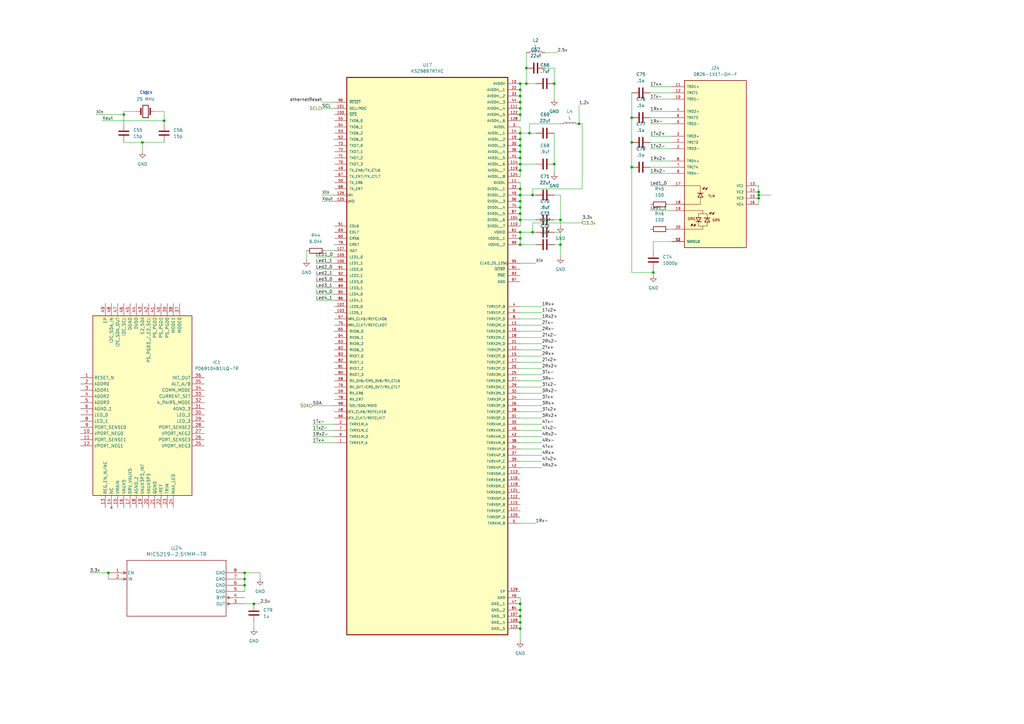
<source format=kicad_sch>
(kicad_sch (version 20231120) (generator "eeschema") (generator_version "8.0")
  (paper "A3")
  (lib_symbols
    (symbol "0826-1X1T-GH-F:0826-1X1T-GH-F" (pin_names (offset 1.016))
      (property "Reference" "J" (at -12.7 34.29 0))
      (property "Value" "0826-1X1T-GH-F" (at -12.7 -36.83 0))
      (symbol "0826-1X1T-GH-F_0_0"
        (rectangle (start -12.7 -35.56) (end 12.7 33.02) (stroke (width 0.254)) (fill (type background)))
        (polyline (pts (xy -9.017 -25.654) (xy -10.033 -26.67)) (stroke (width 0.1524)))
        (polyline (pts (xy -8.001 -24.892) (xy -6.858 -24.892)) (stroke (width 0.254)))
        (polyline (pts (xy -7.874 -25.781) (xy -8.89 -26.797)) (stroke (width 0.1524)))
        (polyline (pts (xy -7.874 -23.241) (xy -6.858 -24.892)) (stroke (width 0.254)))
        (polyline (pts (xy -7.874 -23.241) (xy -5.842 -23.241)) (stroke (width 0.254)))
        (polyline (pts (xy -6.858 -26.67) (xy -5.08 -26.67)) (stroke (width 0.1524)))
        (polyline (pts (xy -6.858 -25.019) (xy -6.858 -26.67)) (stroke (width 0.1524)))
        (polyline (pts (xy -6.858 -24.892) (xy -5.842 -23.241)) (stroke (width 0.254)))
        (polyline (pts (xy -6.858 -24.892) (xy -5.588 -24.892)) (stroke (width 0.254)))
        (polyline (pts (xy -6.858 -21.59) (xy -6.858 -23.114)) (stroke (width 0.1524)))
        (polyline (pts (xy -6.858 -21.59) (xy -5.08 -21.59)) (stroke (width 0.1524)))
        (polyline (pts (xy -6.096 -17.78) (xy -12.7 -17.78)) (stroke (width 0.1524)))
        (polyline (pts (xy -6.096 -17.78) (xy -6.096 -14.986)) (stroke (width 0.1524)))
        (polyline (pts (xy -6.096 -13.208) (xy -7.366 -13.208)) (stroke (width 0.254)))
        (polyline (pts (xy -6.096 -13.208) (xy -7.112 -14.859)) (stroke (width 0.254)))
        (polyline (pts (xy -6.096 -13.081) (xy -6.096 -10.16)) (stroke (width 0.1524)))
        (polyline (pts (xy -6.096 -10.16) (xy -12.7 -10.16)) (stroke (width 0.1524)))
        (polyline (pts (xy -5.334 -11.811) (xy -4.318 -10.795)) (stroke (width 0.1524)))
        (polyline (pts (xy -5.08 -27.94) (xy -12.7 -27.94)) (stroke (width 0.1524)))
        (polyline (pts (xy -5.08 -26.67) (xy -5.08 -27.94)) (stroke (width 0.1524)))
        (polyline (pts (xy -5.08 -26.67) (xy -3.302 -26.67)) (stroke (width 0.1524)))
        (polyline (pts (xy -5.08 -21.59) (xy -5.08 -20.32)) (stroke (width 0.1524)))
        (polyline (pts (xy -5.08 -21.59) (xy -3.302 -21.59)) (stroke (width 0.1524)))
        (polyline (pts (xy -5.08 -20.32) (xy -12.7 -20.32)) (stroke (width 0.1524)))
        (polyline (pts (xy -5.08 -14.859) (xy -7.112 -14.859)) (stroke (width 0.254)))
        (polyline (pts (xy -5.08 -14.859) (xy -6.096 -13.208)) (stroke (width 0.254)))
        (polyline (pts (xy -4.953 -13.208) (xy -6.096 -13.208)) (stroke (width 0.254)))
        (polyline (pts (xy -4.191 -11.938) (xy -3.175 -10.922)) (stroke (width 0.1524)))
        (polyline (pts (xy -3.302 -26.67) (xy -3.302 -25.146)) (stroke (width 0.1524)))
        (polyline (pts (xy -3.302 -23.368) (xy -4.572 -23.368)) (stroke (width 0.254)))
        (polyline (pts (xy -3.302 -23.368) (xy -4.318 -25.019)) (stroke (width 0.254)))
        (polyline (pts (xy -3.302 -23.241) (xy -3.302 -21.59)) (stroke (width 0.1524)))
        (polyline (pts (xy -2.54 -21.971) (xy -1.524 -20.955)) (stroke (width 0.1524)))
        (polyline (pts (xy -2.286 -25.019) (xy -4.318 -25.019)) (stroke (width 0.254)))
        (polyline (pts (xy -2.286 -25.019) (xy -3.302 -23.368)) (stroke (width 0.254)))
        (polyline (pts (xy -2.159 -23.368) (xy -3.302 -23.368)) (stroke (width 0.254)))
        (polyline (pts (xy -1.397 -22.098) (xy -0.381 -21.082)) (stroke (width 0.1524)))
        (polyline (pts (xy -10.033 -26.67) (xy -9.144 -26.289) (xy -9.652 -25.781) (xy -10.033 -26.67)) (stroke (width 0.1524)) (fill (type outline)))
        (polyline (pts (xy -8.89 -26.797) (xy -8.001 -26.416) (xy -8.509 -25.908) (xy -8.89 -26.797)) (stroke (width 0.1524)) (fill (type outline)))
        (polyline (pts (xy -4.318 -10.795) (xy -5.207 -11.176) (xy -4.699 -11.684) (xy -4.318 -10.795)) (stroke (width 0.1524)) (fill (type outline)))
        (polyline (pts (xy -3.175 -10.922) (xy -4.064 -11.303) (xy -3.556 -11.811) (xy -3.175 -10.922)) (stroke (width 0.1524)) (fill (type outline)))
        (polyline (pts (xy -1.524 -20.955) (xy -2.413 -21.336) (xy -1.905 -21.844) (xy -1.524 -20.955)) (stroke (width 0.1524)) (fill (type outline)))
        (polyline (pts (xy -0.381 -21.082) (xy -1.27 -21.463) (xy -0.762 -21.971) (xy -0.381 -21.082)) (stroke (width 0.1524)) (fill (type outline)))
        (text "GRN" (at -1.27 -23.622 0) (effects (font (size 1.016 1.016)) (justify left top)))
        (text "ORG" (at -11.43 -23.114 0) (effects (font (size 1.016 1.016)) (justify left top)))
        (text "YLW" (at -3.048 -13.716 0) (effects (font (size 1.016 1.016)) (justify left top)))
        (pin passive line (at -17.78 7.62 0) (length 5.08) (name "TRCT3") (number "1"))
        (pin passive line (at -17.78 25.4 0) (length 5.08) (name "TRD1-") (number "10"))
        (pin passive line (at -17.78 30.48 0) (length 5.08) (name "TRD1+") (number "11"))
        (pin passive line (at -17.78 27.94 0) (length 5.08) (name "TRCT1") (number "12"))
        (pin passive line (at 17.78 -10.16 180) (length 5.08) (name "VC1") (number "13"))
        (pin passive line (at 17.78 -12.7 180) (length 5.08) (name "VC2") (number "14"))
        (pin passive line (at 17.78 -15.24 180) (length 5.08) (name "VC3") (number "15"))
        (pin passive line (at 17.78 -17.78 180) (length 5.08) (name "VC4") (number "16"))
        (pin passive line (at -17.78 -10.16 0) (length 5.08) (name "~") (number "17"))
        (pin passive line (at -17.78 -17.78 0) (length 5.08) (name "~") (number "18"))
        (pin passive line (at -17.78 -20.32 0) (length 5.08) (name "~") (number "19"))
        (pin passive line (at -17.78 5.08 0) (length 5.08) (name "TRD3-") (number "2"))
        (pin passive line (at -17.78 -27.94 0) (length 5.08) (name "~") (number "20"))
        (pin passive line (at -17.78 10.16 0) (length 5.08) (name "TRD3+") (number "3"))
        (pin passive line (at -17.78 20.32 0) (length 5.08) (name "TRD2+") (number "4"))
        (pin passive line (at -17.78 15.24 0) (length 5.08) (name "TRD2-") (number "5"))
        (pin passive line (at -17.78 17.78 0) (length 5.08) (name "TRCT2") (number "6"))
        (pin passive line (at -17.78 -2.54 0) (length 5.08) (name "TRCT4") (number "7"))
        (pin passive line (at -17.78 0 0) (length 5.08) (name "TRD4+") (number "8"))
        (pin passive line (at -17.78 -5.08 0) (length 5.08) (name "TRD4-") (number "9"))
        (pin passive line (at -17.78 -33.02 0) (length 5.08) (name "SHIELD") (number "S1"))
        (pin passive line (at -17.78 -33.02 0) (length 5.08) (name "SHIELD") (number "S2"))
      )
    )
    (symbol "Device:C" (pin_numbers hide) (pin_names (offset 0.254))
      (property "Reference" "C" (at 0.635 2.54 0))
      (property "Value" "C" (at 0.635 -2.54 0))
      (symbol "C_0_1"
        (polyline (pts (xy -2.032 -0.762) (xy 2.032 -0.762)) (stroke (width 0.508)))
        (polyline (pts (xy -2.032 0.762) (xy 2.032 0.762)) (stroke (width 0.508)))
      )
      (symbol "C_1_1"
        (pin passive line (at 0 3.81 270) (length 2.794) (name "~") (number "1"))
        (pin passive line (at 0 -3.81 90) (length 2.794) (name "~") (number "2"))
      )
    )
    (symbol "Device:Crystal" (pin_numbers hide) (pin_names (offset 1.016) hide)
      (property "Reference" "Y" (at 0 3.81 0))
      (property "Value" "Crystal" (at 0 -3.81 0))
      (symbol "Crystal_0_1"
        (rectangle (start -1.143 2.54) (end 1.143 -2.54) (stroke (width 0.3048)))
        (polyline (pts (xy -2.54 0) (xy -1.905 0)))
        (polyline (pts (xy -1.905 -1.27) (xy -1.905 1.27)) (stroke (width 0.508)))
        (polyline (pts (xy 1.905 -1.27) (xy 1.905 1.27)) (stroke (width 0.508)))
        (polyline (pts (xy 2.54 0) (xy 1.905 0)))
      )
      (symbol "Crystal_1_1"
        (pin passive line (at -3.81 0 0) (length 1.27) (name "1") (number "1"))
        (pin passive line (at 3.81 0 180) (length 1.27) (name "2") (number "2"))
      )
    )
    (symbol "Device:L" (pin_numbers hide) (pin_names (offset 1.016) hide)
      (property "Reference" "L" (at -1.27 0 90))
      (property "Value" "L" (at 1.905 0 90))
      (symbol "L_0_1"
        (arc (start 0 -2.54) (mid 0.6323 -1.905) (end 0 -1.27))
        (arc (start 0 -1.27) (mid 0.6323 -0.635) (end 0 0))
        (arc (start 0 0) (mid 0.6323 0.635) (end 0 1.27))
        (arc (start 0 1.27) (mid 0.6323 1.905) (end 0 2.54))
      )
      (symbol "L_1_1"
        (pin passive line (at 0 3.81 270) (length 1.27) (name "1") (number "1"))
        (pin passive line (at 0 -3.81 90) (length 1.27) (name "2") (number "2"))
      )
    )
    (symbol "Device:R" (pin_numbers hide) (pin_names (offset 0))
      (property "Reference" "R" (at 2.032 0 90))
      (property "Value" "R" (at 0 0 90))
      (symbol "R_0_1"
        (rectangle (start -1.016 -2.54) (end 1.016 2.54) (stroke (width 0.254)))
      )
      (symbol "R_1_1"
        (pin passive line (at 0 3.81 270) (length 1.27) (name "~") (number "1"))
        (pin passive line (at 0 -3.81 90) (length 1.27) (name "~") (number "2"))
      )
    )
    (symbol "KSZ9897RTXC:KSZ9897RTXC" (pin_names (offset 1.016))
      (property "Reference" "U" (at -33.1339 80.0151 0))
      (property "Value" "KSZ9897RTXC" (at -33.117 -154.1031 0))
      (symbol "KSZ9897RTXC_0_0"
        (rectangle (start -33.02 -149.86) (end 33.02 78.74) (stroke (width 0.41)) (fill (type background)))
        (pin bidirectional line (at -38.1 -71.12 0) (length 5.08) (name "TXRX1P_A") (number "1"))
        (pin power_in line (at 38.1 76.2 180) (length 5.08) (name "AVDDH") (number "10"))
        (pin input line (at -38.1 63.5 0) (length 5.08) (name "~{SCS}") (number "100"))
        (pin input line (at -38.1 66.04 0) (length 5.08) (name "SCL/MDC") (number "101"))
        (pin bidirectional line (at -38.1 -15.24 0) (length 5.08) (name "LED5_0") (number "102"))
        (pin bidirectional line (at -38.1 -17.78 0) (length 5.08) (name "LED5_1") (number "103"))
        (pin power_in line (at 38.1 20.32 180) (length 5.08) (name "DVDDL__6") (number "104"))
        (pin bidirectional line (at -38.1 5.08 0) (length 5.08) (name "LED1_0") (number "105"))
        (pin bidirectional line (at -38.1 2.54 0) (length 5.08) (name "LED1_1") (number "106"))
        (pin power_in line (at 38.1 -142.24 180) (length 5.08) (name "GND__3") (number "107"))
        (pin power_in line (at 38.1 -144.78 180) (length 5.08) (name "GND__4") (number "109"))
        (pin power_in line (at 38.1 35.56 180) (length 5.08) (name "DVDDL") (number "11"))
        (pin power_in line (at 38.1 17.78 180) (length 5.08) (name "DVDDL__7") (number "110"))
        (pin power_in line (at 38.1 66.04 180) (length 5.08) (name "AVDDH__4") (number "111"))
        (pin bidirectional line (at 38.1 -93.98 180) (length 5.08) (name "TXRX5P_A") (number "112"))
        (pin bidirectional line (at 38.1 -83.82 180) (length 5.08) (name "TXRX5M_A") (number "113"))
        (pin power_in line (at 38.1 43.18 180) (length 5.08) (name "AVDDL__6") (number "114"))
        (pin bidirectional line (at 38.1 -96.52 180) (length 5.08) (name "TXRX5P_B") (number "115"))
        (pin bidirectional line (at 38.1 -86.36 180) (length 5.08) (name "TXRX5M_B") (number "116"))
        (pin bidirectional line (at 38.1 -99.06 180) (length 5.08) (name "TXRX5P_C") (number "117"))
        (pin bidirectional line (at 38.1 -88.9 180) (length 5.08) (name "TXRX5M_C") (number "118"))
        (pin power_in line (at 38.1 40.64 180) (length 5.08) (name "AVDDL__7") (number "119"))
        (pin bidirectional line (at 38.1 -33.02 180) (length 5.08) (name "TXRX2P_A") (number "12"))
        (pin bidirectional line (at 38.1 -101.6 180) (length 5.08) (name "TXRX5P_D") (number "120"))
        (pin bidirectional line (at 38.1 -91.44 180) (length 5.08) (name "TXRX5M_D") (number "121"))
        (pin power_in line (at 38.1 63.5 180) (length 5.08) (name "AVDDH__5") (number "122"))
        (pin power_in line (at 38.1 -147.32 180) (length 5.08) (name "GND__5") (number "123"))
        (pin power_in line (at 38.1 38.1 180) (length 5.08) (name "AVDDL__8") (number "124"))
        (pin output clock (at -38.1 27.94 0) (length 5.08) (name "XO") (number "125"))
        (pin input clock (at -38.1 30.48 0) (length 5.08) (name "XI") (number "126"))
        (pin bidirectional line (at -38.1 7.62 0) (length 5.08) (name "ISET") (number "127"))
        (pin power_in line (at 38.1 60.96 180) (length 5.08) (name "AVDDH__6") (number "128"))
        (pin power_in line (at 38.1 -132.08 180) (length 5.08) (name "EP") (number "129"))
        (pin bidirectional line (at 38.1 -22.86 180) (length 5.08) (name "TXRX2M_A") (number "13"))
        (pin power_in line (at 38.1 55.88 180) (length 5.08) (name "AVDDL__1") (number "14"))
        (pin bidirectional line (at 38.1 -35.56 180) (length 5.08) (name "TXRX2P_B") (number "15"))
        (pin bidirectional line (at 38.1 -25.4 180) (length 5.08) (name "TXRX2M_B") (number "16"))
        (pin bidirectional line (at 38.1 -38.1 180) (length 5.08) (name "TXRX2P_C") (number "17"))
        (pin bidirectional line (at 38.1 -27.94 180) (length 5.08) (name "TXRX2M_C") (number "18"))
        (pin power_in line (at 38.1 53.34 180) (length 5.08) (name "AVDDL__2") (number "19"))
        (pin bidirectional line (at -38.1 -63.5 0) (length 5.08) (name "TXRX1M_A") (number "2"))
        (pin bidirectional line (at 38.1 -40.64 180) (length 5.08) (name "TXRX2P_D") (number "20"))
        (pin bidirectional line (at 38.1 -30.48 180) (length 5.08) (name "TXRX2M_D") (number "21"))
        (pin power_in line (at 38.1 73.66 180) (length 5.08) (name "AVDDH__1") (number "22"))
        (pin power_in line (at 38.1 33.02 180) (length 5.08) (name "DVDDL__1") (number "23"))
        (pin bidirectional line (at 38.1 -53.34 180) (length 5.08) (name "TXRX3P_A") (number "24"))
        (pin bidirectional line (at 38.1 -43.18 180) (length 5.08) (name "TXRX3M_A") (number "25"))
        (pin bidirectional line (at 38.1 -55.88 180) (length 5.08) (name "TXRX3P_B") (number "26"))
        (pin bidirectional line (at 38.1 -45.72 180) (length 5.08) (name "TXRX3M_B") (number "27"))
        (pin bidirectional line (at 38.1 -58.42 180) (length 5.08) (name "TXRX3P_C") (number "28"))
        (pin bidirectional line (at 38.1 -48.26 180) (length 5.08) (name "TXRX3M_C") (number "29"))
        (pin power_in line (at 38.1 58.42 180) (length 5.08) (name "AVDDL") (number "3"))
        (pin power_in line (at 38.1 50.8 180) (length 5.08) (name "AVDDL__3") (number "30"))
        (pin bidirectional line (at 38.1 -60.96 180) (length 5.08) (name "TXRX3P_D") (number "31"))
        (pin bidirectional line (at 38.1 -50.8 180) (length 5.08) (name "TXRX3M_D") (number "32"))
        (pin power_in line (at 38.1 71.12 180) (length 5.08) (name "AVDDH__2") (number "33"))
        (pin bidirectional line (at 38.1 -73.66 180) (length 5.08) (name "TXRX4P_A") (number "34"))
        (pin bidirectional line (at 38.1 -63.5 180) (length 5.08) (name "TXRX4M_A") (number "35"))
        (pin power_in line (at 38.1 48.26 180) (length 5.08) (name "AVDDL__4") (number "36"))
        (pin bidirectional line (at 38.1 -76.2 180) (length 5.08) (name "TXRX4P_B") (number "37"))
        (pin bidirectional line (at 38.1 -71.12 180) (length 5.08) (name "TXRX4M_B") (number "38"))
        (pin bidirectional line (at 38.1 -78.74 180) (length 5.08) (name "TXRX4P_C") (number "39"))
        (pin bidirectional line (at 38.1 -15.24 180) (length 5.08) (name "TXRX1P_B") (number "4"))
        (pin bidirectional line (at 38.1 -66.04 180) (length 5.08) (name "TXRX4M_C") (number "40"))
        (pin power_in line (at 38.1 45.72 180) (length 5.08) (name "AVDDL__5") (number "41"))
        (pin bidirectional line (at 38.1 -81.28 180) (length 5.08) (name "TXRX4P_D") (number "42"))
        (pin bidirectional line (at 38.1 -68.58 180) (length 5.08) (name "TXRX4M_D") (number "43"))
        (pin power_in line (at 38.1 68.58 180) (length 5.08) (name "AVDDH__3") (number "44"))
        (pin power_in line (at 38.1 30.48 180) (length 5.08) (name "DVDDL__2") (number "45"))
        (pin power_in line (at 38.1 -134.62 180) (length 5.08) (name "GND") (number "46"))
        (pin power_in line (at 38.1 -137.16 180) (length 5.08) (name "GND__1") (number "47"))
        (pin bidirectional clock (at -38.1 -58.42 0) (length 5.08) (name "TX_CLK6/REFCLK16") (number "48"))
        (pin input line (at -38.1 40.64 0) (length 5.08) (name "TX_EN6/TX_CTL6") (number "49"))
        (pin bidirectional line (at 38.1 -104.14 180) (length 5.08) (name "TXRXIM_B") (number "5"))
        (pin input line (at -38.1 35.56 0) (length 5.08) (name "TX_ER6") (number "50"))
        (pin bidirectional line (at -38.1 17.78 0) (length 5.08) (name "COL6") (number "51"))
        (pin input line (at -38.1 53.34 0) (length 5.08) (name "TXD6_3") (number "52"))
        (pin input line (at -38.1 55.88 0) (length 5.08) (name "TXD6_2") (number "53"))
        (pin input line (at -38.1 58.42 0) (length 5.08) (name "TXD6_1") (number "54"))
        (pin input line (at -38.1 60.96 0) (length 5.08) (name "TXD6_0") (number "55"))
        (pin power_in line (at 38.1 27.94 180) (length 5.08) (name "DVDDL__3") (number "56"))
        (pin bidirectional clock (at -38.1 -20.32 0) (length 5.08) (name "RX_CLK6/REFCLKO6") (number "57"))
        (pin bidirectional line (at -38.1 -45.72 0) (length 5.08) (name "RX_DV6/CRS_DV6/RX_CTL6") (number "58"))
        (pin bidirectional line (at -38.1 -50.8 0) (length 5.08) (name "RX_ER6") (number "59"))
        (pin bidirectional line (at 38.1 -17.78 180) (length 5.08) (name "TXRX1P_C") (number "6"))
        (pin bidirectional line (at -38.1 12.7 0) (length 5.08) (name "CRS6") (number "60"))
        (pin power_in line (at 38.1 15.24 180) (length 5.08) (name "VDDIO") (number "61"))
        (pin bidirectional line (at -38.1 -33.02 0) (length 5.08) (name "RXD6_3") (number "62"))
        (pin bidirectional line (at -38.1 -30.48 0) (length 5.08) (name "RXD6_2") (number "63"))
        (pin bidirectional line (at -38.1 -27.94 0) (length 5.08) (name "RXD6_1") (number "64"))
        (pin bidirectional line (at -38.1 -25.4 0) (length 5.08) (name "RXD6_0") (number "65"))
        (pin bidirectional clock (at -38.1 -60.96 0) (length 5.08) (name "TX_CLK7/REFCLKI7") (number "66"))
        (pin input line (at -38.1 38.1 0) (length 5.08) (name "TX_EN7/FX_CTL7") (number "67"))
        (pin input line (at -38.1 33.02 0) (length 5.08) (name "TX_ER7") (number "68"))
        (pin bidirectional line (at -38.1 15.24 0) (length 5.08) (name "COL7") (number "69"))
        (pin bidirectional line (at -38.1 -66.04 0) (length 5.08) (name "TXRX1M_C") (number "7"))
        (pin input line (at -38.1 43.18 0) (length 5.08) (name "TXD7_3") (number "70"))
        (pin input line (at -38.1 45.72 0) (length 5.08) (name "TXD7_2") (number "71"))
        (pin input line (at -38.1 48.26 0) (length 5.08) (name "TXD7_1") (number "72"))
        (pin input line (at -38.1 50.8 0) (length 5.08) (name "TXD7_0") (number "73"))
        (pin power_in line (at 38.1 25.4 180) (length 5.08) (name "DVDDL__4") (number "74"))
        (pin bidirectional clock (at -38.1 -22.86 0) (length 5.08) (name "RX_CLK7/REFCLKO7") (number "75"))
        (pin bidirectional line (at -38.1 -48.26 0) (length 5.08) (name "RX_DV7/CRS_DV7/RX_CTL7") (number "76"))
        (pin power_in line (at 38.1 12.7 180) (length 5.08) (name "VDDIO__1") (number "77"))
        (pin bidirectional line (at -38.1 -53.34 0) (length 5.08) (name "RX_ER7") (number "78"))
        (pin bidirectional line (at -38.1 10.16 0) (length 5.08) (name "CRS7") (number "79"))
        (pin bidirectional line (at 38.1 -20.32 180) (length 5.08) (name "TXRX1P_D") (number "8"))
        (pin bidirectional line (at -38.1 -43.18 0) (length 5.08) (name "RXD7_3") (number "80"))
        (pin bidirectional line (at -38.1 -40.64 0) (length 5.08) (name "RXD7_2") (number "81"))
        (pin bidirectional line (at -38.1 -38.1 0) (length 5.08) (name "RXD7_1") (number "82"))
        (pin bidirectional line (at -38.1 -35.56 0) (length 5.08) (name "RXD7_0") (number "83"))
        (pin power_in line (at 38.1 -139.7 180) (length 5.08) (name "GND__2") (number "84"))
        (pin bidirectional line (at -38.1 -10.16 0) (length 5.08) (name "LED4_0") (number "85"))
        (pin bidirectional line (at -38.1 -12.7 0) (length 5.08) (name "LED4_1") (number "86"))
        (pin power_in line (at 38.1 22.86 180) (length 5.08) (name "DVDDL__5") (number "87"))
        (pin bidirectional line (at -38.1 -5.08 0) (length 5.08) (name "LED3_0") (number "88"))
        (pin bidirectional line (at -38.1 -7.62 0) (length 5.08) (name "LED3_1") (number "89"))
        (pin bidirectional line (at -38.1 -68.58 0) (length 5.08) (name "TXRX1M_D") (number "9"))
        (pin bidirectional line (at -38.1 0 0) (length 5.08) (name "LED2_0") (number "91"))
        (pin bidirectional line (at -38.1 -2.54 0) (length 5.08) (name "LED2_1") (number "92"))
        (pin output line (at 38.1 -2.54 180) (length 5.08) (name "~{PME}") (number "93"))
        (pin output line (at 38.1 0 180) (length 5.08) (name "~{INTRP}") (number "94"))
        (pin output clock (at 38.1 2.54 180) (length 5.08) (name "CLKO_25_125") (number "95"))
        (pin input line (at -38.1 68.58 0) (length 5.08) (name "~{RESET}") (number "96"))
        (pin output line (at 38.1 -5.08 180) (length 5.08) (name "SDO") (number "97"))
        (pin bidirectional line (at -38.1 -55.88 0) (length 5.08) (name "SDI/SDA/MDIO") (number "98"))
        (pin power_in line (at 38.1 10.16 180) (length 5.08) (name "VDDIO__2") (number "99"))
      )
    )
    (symbol "MIC5219-2.5YMM-TR:MIC5219-2.5YMM-TR" (pin_names (offset 0.254))
      (property "Reference" "U" (at 27.94 10.16 0))
      (property "Value" "MIC5219-2.5YMM-TR" (at 27.94 7.62 0))
      (symbol "MIC5219-2.5YMM-TR_0_1"
        (polyline (pts (xy 7.0993 -2.54) (xy 6.0579 -3.0607)) (stroke (width 0.2032)))
        (polyline (pts (xy 7.0993 -2.54) (xy 6.0579 -2.0193)) (stroke (width 0.2032)))
        (polyline (pts (xy 7.0993 0) (xy 6.0579 -0.5207)) (stroke (width 0.2032)))
        (polyline (pts (xy 7.0993 0) (xy 6.0579 0.5207)) (stroke (width 0.2032)))
        (polyline (pts (xy 7.62 -17.78) (xy 48.26 -17.78)) (stroke (width 0.2032)))
        (polyline (pts (xy 7.62 5.08) (xy 7.62 -17.78)) (stroke (width 0.2032)))
        (polyline (pts (xy 48.26 -17.78) (xy 48.26 5.08)) (stroke (width 0.2032)))
        (polyline (pts (xy 48.26 5.08) (xy 7.62 5.08)) (stroke (width 0.2032)))
        (polyline (pts (xy 48.7807 -13.2207) (xy 49.8221 -12.7)) (stroke (width 0.2032)))
        (polyline (pts (xy 48.7807 -12.1793) (xy 49.8221 -12.7)) (stroke (width 0.2032)))
        (polyline (pts (xy 48.7807 -10.6807) (xy 49.8221 -10.16)) (stroke (width 0.2032)))
        (polyline (pts (xy 48.7807 -9.6393) (xy 49.8221 -10.16)) (stroke (width 0.2032)))
        (pin input line (at 0 0 0) (length 7.62) (name "EN") (number "1"))
        (pin input line (at 0 -2.54 0) (length 7.62) (name "IN") (number "2"))
        (pin output line (at 55.88 -12.7 180) (length 7.62) (name "OUT") (number "3"))
        (pin output line (at 55.88 -10.16 180) (length 7.62) (name "BYP") (number "4"))
        (pin power_in line (at 55.88 -7.62 180) (length 7.62) (name "GND") (number "5"))
        (pin power_in line (at 55.88 -5.08 180) (length 7.62) (name "GND") (number "6"))
        (pin power_in line (at 55.88 -2.54 180) (length 7.62) (name "GND") (number "7"))
        (pin power_in line (at 55.88 0 180) (length 7.62) (name "GND") (number "8"))
      )
    )
    (symbol "PD69104B1ILQ-TR:PD69104B1ILQ-TR"
      (property "Reference" "IC" (at 46.99 30.48 0))
      (property "Value" "PD69104B1ILQ-TR" (at 46.99 27.94 0))
      (symbol "PD69104B1ILQ-TR_1_1"
        (rectangle (start 5.08 25.4) (end 45.72 -48.26) (stroke (width 0.254)) (fill (type background)))
        (pin passive line (at 0 0 0) (length 5.08) (name "RESET_N") (number "1"))
        (pin passive line (at 0 -22.86 0) (length 5.08) (name "VPORT_NEG0") (number "10"))
        (pin passive line (at 0 -25.4 0) (length 5.08) (name "PORT_SENSE1") (number "11"))
        (pin passive line (at 0 -27.94 0) (length 5.08) (name "VPORT_NEG1") (number "12"))
        (pin passive line (at 10.16 -53.34 90) (length 5.08) (name "REG_EN_N/NC") (number "13"))
        (pin no_connect line (at 12.7 -53.34 90) (length 5.08) (name "NC") (number "14"))
        (pin passive line (at 15.24 -53.34 90) (length 5.08) (name "VMAIN") (number "15"))
        (pin passive line (at 17.78 -53.34 90) (length 5.08) (name "VAUX5") (number "16"))
        (pin passive line (at 20.32 -53.34 90) (length 5.08) (name "DRV_VAUX5") (number "17"))
        (pin passive line (at 22.86 -53.34 90) (length 5.08) (name "AGND_2") (number "18"))
        (pin passive line (at 25.4 -53.34 90) (length 5.08) (name "VAUX3P3_INT") (number "19"))
        (pin passive line (at 0 -2.54 0) (length 5.08) (name "ADDR0") (number "2"))
        (pin passive line (at 27.94 -53.34 90) (length 5.08) (name "VAUX3P3") (number "20"))
        (pin passive line (at 30.48 -53.34 90) (length 5.08) (name "QGND") (number "21"))
        (pin passive line (at 33.02 -53.34 90) (length 5.08) (name "IREF") (number "22"))
        (pin passive line (at 35.56 -53.34 90) (length 5.08) (name "TRIM") (number "23"))
        (pin passive line (at 38.1 -53.34 90) (length 5.08) (name "MAX_LED") (number "24"))
        (pin passive line (at 50.8 -27.94 180) (length 5.08) (name "VPORT_NEG3") (number "25"))
        (pin passive line (at 50.8 -25.4 180) (length 5.08) (name "PORT_SENSE3") (number "26"))
        (pin passive line (at 50.8 -22.86 180) (length 5.08) (name "VPORT_NEG2") (number "27"))
        (pin passive line (at 50.8 -20.32 180) (length 5.08) (name "PORT_SENSE2") (number "28"))
        (pin passive line (at 50.8 -17.78 180) (length 5.08) (name "LED_3") (number "29"))
        (pin passive line (at 0 -5.08 0) (length 5.08) (name "ADDR1") (number "3"))
        (pin passive line (at 50.8 -15.24 180) (length 5.08) (name "LED_2") (number "30"))
        (pin passive line (at 50.8 -12.7 180) (length 5.08) (name "AGND_3") (number "31"))
        (pin passive line (at 50.8 -10.16 180) (length 5.08) (name "4_PAIRS_MODE") (number "32"))
        (pin passive line (at 50.8 -7.62 180) (length 5.08) (name "CURRENT_SET") (number "33"))
        (pin passive line (at 50.8 -5.08 180) (length 5.08) (name "COMM_MODE") (number "34"))
        (pin passive line (at 50.8 -2.54 180) (length 5.08) (name "ALT_A/B") (number "35"))
        (pin passive line (at 50.8 0 180) (length 5.08) (name "INT_OUT") (number "36"))
        (pin passive line (at 40.64 30.48 270) (length 5.08) (name "MODE0") (number "37"))
        (pin passive line (at 38.1 30.48 270) (length 5.08) (name "MODE1") (number "38"))
        (pin passive line (at 35.56 30.48 270) (length 5.08) (name "PS_PGD0") (number "39"))
        (pin passive line (at 0 -7.62 0) (length 5.08) (name "ADDR2") (number "4"))
        (pin passive line (at 33.02 30.48 270) (length 5.08) (name "PS_PGD1") (number "40"))
        (pin passive line (at 30.48 30.48 270) (length 5.08) (name "PS_PGD2") (number "41"))
        (pin passive line (at 27.94 30.48 270) (length 5.08) (name "PS_PGD3_/_E2_SCL") (number "42"))
        (pin passive line (at 25.4 30.48 270) (length 5.08) (name "E2_SDA") (number "43"))
        (pin passive line (at 22.86 30.48 270) (length 5.08) (name "DVDD") (number "44"))
        (pin passive line (at 20.32 30.48 270) (length 5.08) (name "DGND") (number "45"))
        (pin passive line (at 17.78 30.48 270) (length 5.08) (name "I2C_SCL") (number "46"))
        (pin passive line (at 15.24 30.48 270) (length 5.08) (name "I2C_SDA_OUT") (number "47"))
        (pin passive line (at 12.7 30.48 270) (length 5.08) (name "I2C_SDA_IN") (number "48"))
        (pin passive line (at 10.16 30.48 270) (length 5.08) (name "EP") (number "49"))
        (pin passive line (at 0 -10.16 0) (length 5.08) (name "ADDR3") (number "5"))
        (pin passive line (at 0 -12.7 0) (length 5.08) (name "AGND_1") (number "6"))
        (pin passive line (at 0 -15.24 0) (length 5.08) (name "LED_0") (number "7"))
        (pin passive line (at 0 -17.78 0) (length 5.08) (name "LED_1") (number "8"))
        (pin passive line (at 0 -20.32 0) (length 5.08) (name "PORT_SENSE0") (number "9"))
      )
    )
    (symbol "power:GND" (power) (pin_numbers hide) (pin_names (offset 0) hide)
      (property "Value" "GND" (at 0 -3.81 0))
      (symbol "GND_0_1"
        (polyline (pts (xy 0 0) (xy 0 -1.27) (xy 1.27 -1.27) (xy 0 -2.54) (xy -1.27 -1.27) (xy 0 -1.27)))
      )
      (symbol "GND_1_1"
        (pin power_in line (at 0 0 270) (length 0) (name "~") (number "1"))
      )
    )
  )
  (junction (at 213.36 252.73))
  (junction (at 213.36 85.09))
  (junction (at 311.15 80.01))
  (junction (at 259.08 48.26))
  (junction (at 259.08 68.58))
  (junction (at 213.36 64.77))
  (junction (at 213.36 82.55))
  (junction (at 213.36 90.17))
  (junction (at 213.36 36.83))
  (junction (at 229.87 90.17))
  (junction (at 213.36 67.31))
  (junction (at 213.36 87.63))
  (junction (at 213.36 41.91))
  (junction (at 100.33 237.49))
  (junction (at 237.49 50.8))
  (junction (at 213.36 77.47))
  (junction (at 213.36 100.33))
  (junction (at 259.08 58.42))
  (junction (at 50.8 46.99))
  (junction (at 215.9 34.29))
  (junction (at 311.15 81.28))
  (junction (at 213.36 54.61))
  (junction (at 213.36 46.99))
  (junction (at 227.33 67.31))
  (junction (at 218.44 80.01))
  (junction (at 213.36 57.15))
  (junction (at 227.33 34.29))
  (junction (at 58.42 58.42))
  (junction (at 311.15 78.74))
  (junction (at 215.9 27.94))
  (junction (at 100.33 234.95))
  (junction (at 213.36 247.65))
  (junction (at 267.97 111.76))
  (junction (at 213.36 95.25))
  (junction (at 213.36 39.37))
  (junction (at 213.36 62.23))
  (junction (at 229.87 100.33))
  (junction (at 213.36 80.01))
  (junction (at 213.36 44.45))
  (junction (at 213.36 250.19))
  (junction (at 100.33 240.03))
  (junction (at 213.36 59.69))
  (junction (at 213.36 257.81))
  (junction (at 213.36 255.27))
  (junction (at 213.36 34.29))
  (junction (at 213.36 97.79))
  (junction (at 217.17 54.61))
  (junction (at 44.45 234.95))
  (junction (at 67.31 49.53))
  (junction (at 213.36 69.85))
  (junction (at 218.44 95.25))
  (junction (at 104.14 247.65))
  (wire (pts (xy 259.08 38.1) (xy 259.08 48.26)))
  (wire (pts (xy 238.76 91.44) (xy 218.44 91.44)))
  (wire (pts (xy 132.08 80.01) (xy 137.16 80.01)))
  (wire (pts (xy 229.87 80.01) (xy 229.87 90.17)))
  (wire (pts (xy 266.7 86.36) (xy 275.59 86.36)))
  (wire (pts (xy 213.36 130.81) (xy 222.25 130.81)))
  (wire (pts (xy 213.36 97.79) (xy 213.36 100.33)))
  (wire (pts (xy 227.33 100.33) (xy 229.87 100.33)))
  (wire (pts (xy 213.36 36.83) (xy 213.36 39.37)))
  (wire (pts (xy 129.54 107.95) (xy 137.16 107.95)))
  (wire (pts (xy 213.36 95.25) (xy 218.44 95.25)))
  (wire (pts (xy 132.08 41.91) (xy 137.16 41.91)))
  (wire (pts (xy 213.36 90.17) (xy 219.71 90.17)))
  (wire (pts (xy 213.36 128.27) (xy 222.25 128.27)))
  (wire (pts (xy 213.36 255.27) (xy 213.36 257.81)))
  (wire (pts (xy 311.15 78.74) (xy 311.15 80.01)))
  (wire (pts (xy 223.52 27.94) (xy 227.33 27.94)))
  (wire (pts (xy 50.8 50.8) (xy 50.8 46.99)))
  (wire (pts (xy 128.27 181.61) (xy 137.16 181.61)))
  (wire (pts (xy 50.8 58.42) (xy 58.42 58.42)))
  (wire (pts (xy 213.36 186.69) (xy 222.25 186.69)))
  (wire (pts (xy 213.36 163.83) (xy 222.25 163.83)))
  (wire (pts (xy 213.36 257.81) (xy 213.36 262.89)))
  (wire (pts (xy 259.08 48.26) (xy 259.08 58.42)))
  (wire (pts (xy 223.52 21.59) (xy 228.6 21.59)))
  (wire (pts (xy 213.36 90.17) (xy 213.36 92.71)))
  (wire (pts (xy 218.44 95.25) (xy 219.71 95.25)))
  (wire (pts (xy 213.36 179.07) (xy 222.25 179.07)))
  (wire (pts (xy 50.8 45.72) (xy 55.88 45.72)))
  (wire (pts (xy 100.33 234.95) (xy 106.68 234.95)))
  (wire (pts (xy 129.54 105.41) (xy 137.16 105.41)))
  (wire (pts (xy 227.33 34.29) (xy 227.33 40.64)))
  (wire (pts (xy 227.33 90.17) (xy 229.87 90.17)))
  (wire (pts (xy 227.33 54.61) (xy 227.33 67.31)))
  (wire (pts (xy 132.08 82.55) (xy 137.16 82.55)))
  (wire (pts (xy 266.7 50.8) (xy 275.59 50.8)))
  (wire (pts (xy 213.36 74.93) (xy 213.36 77.47)))
  (wire (pts (xy 67.31 45.72) (xy 67.31 49.53)))
  (wire (pts (xy 217.17 50.8) (xy 229.87 50.8)))
  (wire (pts (xy 213.36 41.91) (xy 213.36 44.45)))
  (wire (pts (xy 213.36 184.15) (xy 222.25 184.15)))
  (wire (pts (xy 213.36 176.53) (xy 222.25 176.53)))
  (wire (pts (xy 215.9 27.94) (xy 215.9 34.29)))
  (wire (pts (xy 213.36 143.51) (xy 222.25 143.51)))
  (wire (pts (xy 213.36 173.99) (xy 222.25 173.99)))
  (wire (pts (xy 218.44 77.47) (xy 238.76 77.47)))
  (wire (pts (xy 213.36 107.95) (xy 219.71 107.95)))
  (wire (pts (xy 133.35 102.87) (xy 137.16 102.87)))
  (wire (pts (xy 213.36 153.67) (xy 222.25 153.67)))
  (wire (pts (xy 104.14 247.65) (xy 106.68 247.65)))
  (wire (pts (xy 213.36 44.45) (xy 213.36 46.99)))
  (wire (pts (xy 213.36 151.13) (xy 222.25 151.13)))
  (wire (pts (xy 213.36 85.09) (xy 213.36 87.63)))
  (wire (pts (xy 39.37 46.99) (xy 50.8 46.99)))
  (wire (pts (xy 217.17 54.61) (xy 219.71 54.61)))
  (wire (pts (xy 217.17 54.61) (xy 217.17 50.8)))
  (wire (pts (xy 213.36 100.33) (xy 219.71 100.33)))
  (wire (pts (xy 213.36 82.55) (xy 213.36 85.09)))
  (wire (pts (xy 128.27 176.53) (xy 137.16 176.53)))
  (wire (pts (xy 266.7 35.56) (xy 275.59 35.56)))
  (wire (pts (xy 238.76 50.8) (xy 238.76 77.47)))
  (wire (pts (xy 259.08 68.58) (xy 259.08 111.76)))
  (wire (pts (xy 267.97 99.06) (xy 267.97 102.87)))
  (wire (pts (xy 213.36 67.31) (xy 219.71 67.31)))
  (wire (pts (xy 237.49 43.18) (xy 237.49 50.8)))
  (wire (pts (xy 213.36 166.37) (xy 222.25 166.37)))
  (wire (pts (xy 259.08 111.76) (xy 267.97 111.76)))
  (wire (pts (xy 213.36 161.29) (xy 222.25 161.29)))
  (wire (pts (xy 213.36 87.63) (xy 213.36 90.17)))
  (wire (pts (xy 267.97 110.49) (xy 267.97 111.76)))
  (wire (pts (xy 100.33 240.03) (xy 100.33 242.57)))
  (wire (pts (xy 213.36 181.61) (xy 222.25 181.61)))
  (wire (pts (xy 218.44 80.01) (xy 219.71 80.01)))
  (wire (pts (xy 100.33 247.65) (xy 104.14 247.65)))
  (wire (pts (xy 213.36 54.61) (xy 217.17 54.61)))
  (wire (pts (xy 218.44 91.44) (xy 218.44 95.25)))
  (wire (pts (xy 215.9 34.29) (xy 219.71 34.29)))
  (wire (pts (xy 238.76 91.44) (xy 238.76 90.17)))
  (wire (pts (xy 63.5 45.72) (xy 67.31 45.72)))
  (wire (pts (xy 128.27 166.37) (xy 137.16 166.37)))
  (wire (pts (xy 129.54 113.03) (xy 137.16 113.03)))
  (wire (pts (xy 213.36 189.23) (xy 222.25 189.23)))
  (wire (pts (xy 266.7 40.64) (xy 275.59 40.64)))
  (wire (pts (xy 129.54 123.19) (xy 137.16 123.19)))
  (wire (pts (xy 36.83 234.95) (xy 44.45 234.95)))
  (wire (pts (xy 266.7 48.26) (xy 275.59 48.26)))
  (wire (pts (xy 213.36 250.19) (xy 213.36 252.73)))
  (wire (pts (xy 266.7 58.42) (xy 275.59 58.42)))
  (wire (pts (xy 213.36 62.23) (xy 213.36 64.77)))
  (wire (pts (xy 213.36 214.63) (xy 219.71 214.63)))
  (wire (pts (xy 213.36 77.47) (xy 213.36 80.01)))
  (wire (pts (xy 100.33 234.95) (xy 100.33 237.49)))
  (wire (pts (xy 213.36 95.25) (xy 213.36 97.79)))
  (wire (pts (xy 266.7 60.96) (xy 275.59 60.96)))
  (wire (pts (xy 213.36 247.65) (xy 213.36 250.19)))
  (wire (pts (xy 266.7 71.12) (xy 275.59 71.12)))
  (wire (pts (xy 266.7 66.04) (xy 275.59 66.04)))
  (wire (pts (xy 213.36 133.35) (xy 222.25 133.35)))
  (wire (pts (xy 229.87 100.33) (xy 229.87 105.41)))
  (wire (pts (xy 213.36 64.77) (xy 213.36 67.31)))
  (wire (pts (xy 129.54 120.65) (xy 137.16 120.65)))
  (wire (pts (xy 106.68 234.95) (xy 106.68 237.49)))
  (wire (pts (xy 218.44 77.47) (xy 218.44 80.01)))
  (wire (pts (xy 213.36 140.97) (xy 222.25 140.97)))
  (wire (pts (xy 129.54 115.57) (xy 137.16 115.57)))
  (wire (pts (xy 100.33 237.49) (xy 100.33 240.03)))
  (wire (pts (xy 125.73 102.87) (xy 125.73 106.68)))
  (wire (pts (xy 104.14 255.27) (xy 104.14 257.81)))
  (wire (pts (xy 50.8 45.72) (xy 50.8 46.99)))
  (wire (pts (xy 129.54 110.49) (xy 137.16 110.49)))
  (wire (pts (xy 266.7 38.1) (xy 275.59 38.1)))
  (wire (pts (xy 213.36 158.75) (xy 222.25 158.75)))
  (wire (pts (xy 213.36 171.45) (xy 222.25 171.45)))
  (wire (pts (xy 129.54 118.11) (xy 137.16 118.11)))
  (wire (pts (xy 275.59 99.06) (xy 267.97 99.06)))
  (wire (pts (xy 213.36 80.01) (xy 218.44 80.01)))
  (wire (pts (xy 213.36 69.85) (xy 213.36 72.39)))
  (wire (pts (xy 213.36 245.11) (xy 213.36 247.65)))
  (wire (pts (xy 227.33 67.31) (xy 227.33 71.12)))
  (wire (pts (xy 274.32 83.82) (xy 275.59 83.82)))
  (wire (pts (xy 229.87 90.17) (xy 229.87 92.71)))
  (wire (pts (xy 213.36 80.01) (xy 213.36 82.55)))
  (wire (pts (xy 67.31 49.53) (xy 67.31 50.8)))
  (wire (pts (xy 128.27 179.07) (xy 137.16 179.07)))
  (wire (pts (xy 227.33 95.25) (xy 229.87 95.25)))
  (wire (pts (xy 213.36 156.21) (xy 222.25 156.21)))
  (wire (pts (xy 58.42 58.42) (xy 67.31 58.42)))
  (wire (pts (xy 266.7 45.72) (xy 275.59 45.72)))
  (wire (pts (xy 259.08 58.42) (xy 259.08 68.58)))
  (wire (pts (xy 213.36 52.07) (xy 213.36 54.61)))
  (wire (pts (xy 213.36 46.99) (xy 213.36 49.53)))
  (wire (pts (xy 213.36 39.37) (xy 213.36 41.91)))
  (wire (pts (xy 213.36 54.61) (xy 213.36 57.15)))
  (wire (pts (xy 213.36 59.69) (xy 213.36 62.23)))
  (wire (pts (xy 229.87 95.25) (xy 229.87 100.33)))
  (wire (pts (xy 274.32 93.98) (xy 275.59 93.98)))
  (wire (pts (xy 213.36 125.73) (xy 222.25 125.73)))
  (wire (pts (xy 44.45 234.95) (xy 44.45 237.49)))
  (wire (pts (xy 213.36 34.29) (xy 213.36 36.83)))
  (wire (pts (xy 41.91 49.53) (xy 67.31 49.53)))
  (wire (pts (xy 266.7 76.2) (xy 275.59 76.2)))
  (wire (pts (xy 215.9 21.59) (xy 215.9 27.94)))
  (wire (pts (xy 311.15 76.2) (xy 311.15 78.74)))
  (wire (pts (xy 311.15 80.01) (xy 311.15 81.28)))
  (wire (pts (xy 237.49 50.8) (xy 238.76 50.8)))
  (wire (pts (xy 128.27 173.99) (xy 137.16 173.99)))
  (wire (pts (xy 266.7 55.88) (xy 275.59 55.88)))
  (wire (pts (xy 213.36 67.31) (xy 213.36 69.85)))
  (wire (pts (xy 213.36 191.77) (xy 222.25 191.77)))
  (wire (pts (xy 266.7 68.58) (xy 275.59 68.58)))
  (wire (pts (xy 311.15 80.01) (xy 316.23 80.01)))
  (wire (pts (xy 213.36 135.89) (xy 222.25 135.89)))
  (wire (pts (xy 213.36 148.59) (xy 222.25 148.59)))
  (wire (pts (xy 213.36 138.43) (xy 222.25 138.43)))
  (wire (pts (xy 213.36 252.73) (xy 213.36 255.27)))
  (wire (pts (xy 213.36 34.29) (xy 215.9 34.29)))
  (wire (pts (xy 267.97 111.76) (xy 267.97 113.03)))
  (wire (pts (xy 213.36 146.05) (xy 222.25 146.05)))
  (wire (pts (xy 227.33 80.01) (xy 229.87 80.01)))
  (wire (pts (xy 132.08 44.45) (xy 137.16 44.45)))
  (wire (pts (xy 58.42 58.42) (xy 58.42 62.23)))
  (wire (pts (xy 213.36 57.15) (xy 213.36 59.69)))
  (wire (pts (xy 227.33 27.94) (xy 227.33 34.29)))
  (wire (pts (xy 213.36 168.91) (xy 222.25 168.91)))
  (wire (pts (xy 311.15 81.28) (xy 311.15 83.82)))
  (text "Clock\n" (at 59.944 38.1 0) (effects (font (size 1.27 1.27))))
  (label "1.2v" (at 237.49 43.18 0))
  (label "3Rx2+" (at 222.25 171.45 0))
  (label "1Rx2+" (at 266.7 66.04 0))
  (label "Led2_1" (at 129.54 113.03 0))
  (label "1Tx2-" (at 128.27 176.53 0))
  (label "Led1_0" (at 266.7 76.2 0))
  (label "1Tx-" (at 266.7 40.64 0))
  (label "2Tx+" (at 222.25 143.51 0))
  (label "2Tx-" (at 222.25 133.35 0))
  (label "4Tx2-" (at 222.25 176.53 0))
  (label "Xout" (at 132.08 82.55 0))
  (label "1Rx+" (at 222.25 125.73 0))
  (label "3Tx2+" (at 222.25 168.91 0))
  (label "2Rx+" (at 222.25 146.05 0))
  (label "4Rx2-" (at 222.25 179.07 0))
  (label "3Tx+" (at 222.25 163.83 0))
  (label "3.3v" (at 36.83 234.95 0))
  (label "Led4_0" (at 129.54 120.65 0))
  (label "Xin" (at 132.08 80.01 0))
  (label "4Rx2+" (at 222.25 191.77 0))
  (label "2Tx2+" (at 222.25 148.59 0))
  (label "2.5v" (at 106.68 247.65 0))
  (label "1Rx2-" (at 128.27 179.07 0))
  (label "3Rx2-" (at 222.25 161.29 0))
  (label "1Rx-" (at 266.7 50.8 0))
  (label "3Tx-" (at 222.25 153.67 0))
  (label "Xin" (at 219.71 107.95 0))
  (label "2Rx2+" (at 222.25 151.13 0))
  (label "4Tx-" (at 222.25 173.99 0))
  (label "1Rx-" (at 219.71 214.63 0))
  (label "2Tx2-" (at 222.25 138.43 0))
  (label "1Tx2+" (at 266.7 55.88 0))
  (label "Led3_1" (at 129.54 118.11 0))
  (label "1Rx2+" (at 222.25 130.81 0))
  (label "Led2_0" (at 129.54 110.49 0))
  (label "2Rx2-" (at 222.25 140.97 0))
  (label "3Tx2-" (at 222.25 158.75 0))
  (label "Led1_1" (at 266.7 86.36 0))
  (label "4Tx2+" (at 222.25 189.23 0))
  (label "1Tx-" (at 128.27 173.99 0))
  (label "SCL" (at 132.08 44.45 0))
  (label "2Rx-" (at 222.25 135.89 0))
  (label "1Rx2-" (at 266.7 71.12 0))
  (label "1Tx2+" (at 222.25 128.27 0))
  (label "SDA" (at 128.27 166.37 0))
  (label "3Rx+" (at 222.25 166.37 0))
  (label "1Rx+" (at 266.7 45.72 0))
  (label "ethernetReset" (at 132.08 41.91 180))
  (label "1Tx2-" (at 266.7 60.96 0))
  (label "3.3v" (at 238.76 90.17 0))
  (label "4Tx+" (at 222.25 184.15 0))
  (label "LED1_0" (at 129.54 105.41 0))
  (label "Xin" (at 39.37 46.99 0))
  (label "4Rx-" (at 222.25 181.61 0))
  (label "Led4_1" (at 129.54 123.19 0))
  (label "4Rx+" (at 222.25 186.69 0))
  (label "Led3_0" (at 129.54 115.57 0))
  (label "Xout" (at 41.91 49.53 0))
  (label "1Tx+" (at 266.7 35.56 0))
  (label "3Rx-" (at 222.25 156.21 0))
  (label "2.5v" (at 228.6 21.59 0))
  (label "Led1_1" (at 129.54 107.95 0))
  (label "1Tx+" (at 128.27 181.61 0))
  (hierarchical_label "3.3v" (shape input) (at 238.76 91.44 0))
  (hierarchical_label "SCL" (shape input) (at 132.08 44.45 180))
  (hierarchical_label "SDA" (shape input) (at 128.27 166.37 180))
  (symbol (lib_id "power:GND") (at 229.87 105.41 0) (unit 1)
    (property "Reference" "#PWR073" (effects (hide yes)))
    (property "Value" "GND" (at 229.87 110.49 0))
    (property "Description" "Power symbol creates a global label with name \"GND\" , ground" (effects (hide yes)))
  )
  (symbol (lib_id "Device:C") (at 223.52 67.31 90) (unit 1)
    (property "Reference" "C68" (at 223.52 59.69 90))
    (property "Value" ".9uf" (at 223.52 62.23 90))
    (property "Description" "Unpolarized capacitor" (effects (hide yes)))
  )
  (symbol (lib_id "power:GND") (at 58.42 62.23 0) (unit 1)
    (property "Reference" "#PWR066" (effects (hide yes)))
    (property "Value" "GND" (at 58.42 67.31 0))
    (property "Description" "Power symbol creates a global label with name \"GND\" , ground" (effects (hide yes)))
  )
  (symbol (lib_id "0826-1X1T-GH-F:0826-1X1T-GH-F") (at 293.37 66.04 0) (unit 1)
    (property "Reference" "J24" (at 293.37 27.94 0))
    (property "Value" "0826-1X1T-GH-F" (at 293.37 30.48 0))
    (property "Footprint" "0826-1X1T-GH-F:BEL_0826-1X1T-GH-F" (effects (hide yes)))
    (property "MF" "Bel Magnetic Solutions" (effects (hide yes)))
    (property "MAXIMUM_PACKAGE_HEIGHT" "15.52mm" (effects (hide yes)))
    (property "Package" "None" (effects (hide yes)))
    (property "Price" "None" (effects (hide yes)))
    (property "Check_prices" "https://www.snapeda.com/parts/0826-1X1T-GH-F/Bel+Magnetic+Solutions/view-part/?ref=eda" (effects (hide yes)))
    (property "STANDARD" "Manufacturer Recommendations" (effects (hide yes)))
    (property "PARTREV" "D" (effects (hide yes)))
    (property "SnapEDA_Link" "https://www.snapeda.com/parts/0826-1X1T-GH-F/Bel+Magnetic+Solutions/view-part/?ref=snap" (effects (hide yes)))
    (property "MP" "0826-1X1T-GH-F" (effects (hide yes)))
    (property "Purchase-URL" "https://www.snapeda.com/api/url_track_click_mouser/?unipart_id=417678&manufacturer=Bel Magnetic Solutions&part_name=0826-1X1T-GH-F&search_term=None" (effects (hide yes)))
    (property "Description_1" "\nMagJack 1000BASE-T | PoE+ | 1X1 | OG/Y | -40 to 85C | Tab Up | RoHS\n" (effects (hide yes)))
    (property "Availability" "In Stock" (effects (hide yes)))
    (property "MANUFACTURER" "Bel Fuse" (effects (hide yes)))
  )
  (symbol (lib_id "Device:C") (at 262.89 58.42 90) (unit 1)
    (property "Reference" "C77" (at 262.89 50.8 90))
    (property "Value" ".1u" (at 262.89 53.34 90))
    (property "Description" "Unpolarized capacitor" (effects (hide yes)))
  )
  (symbol (lib_id "power:GND") (at 104.14 257.81 0) (unit 1)
    (property "Reference" "#PWR075" (effects (hide yes)))
    (property "Value" "GND" (at 104.14 262.89 0))
    (property "Description" "Power symbol creates a global label with name \"GND\" , ground" (effects (hide yes)))
  )
  (symbol (lib_id "Device:C") (at 219.71 27.94 90) (unit 1)
    (property "Reference" "C67" (at 219.71 20.32 90))
    (property "Value" "22uf" (at 219.71 22.86 90))
    (property "Description" "Unpolarized capacitor" (effects (hide yes)))
  )
  (symbol (lib_id "Device:C") (at 67.31 54.61 0) (unit 1)
    (property "Reference" "C56" (at 71.12 53.3399 0) (effects (justify left)))
    (property "Value" "15p" (at 71.12 55.8799 0) (effects (justify left)))
    (property "Description" "Unpolarized capacitor" (effects (hide yes)))
  )
  (symbol (lib_id "Device:R") (at 270.51 93.98 90) (unit 1)
    (property "Reference" "R46" (at 270.51 87.63 90))
    (property "Value" "100" (at 270.51 90.17 90))
    (property "Description" "Resistor" (effects (hide yes)))
  )
  (symbol (lib_id "Device:C") (at 223.52 34.29 90) (unit 1)
    (property "Reference" "C66" (at 223.52 26.67 90))
    (property "Value" ".7uf" (at 223.52 29.21 90))
    (property "Description" "Unpolarized capacitor" (effects (hide yes)))
  )
  (symbol (lib_id "Device:C") (at 262.89 38.1 270) (unit 1)
    (property "Reference" "C75" (at 262.89 30.48 90))
    (property "Value" ".1u" (at 262.89 33.02 90))
    (property "Description" "Unpolarized capacitor" (effects (hide yes)))
  )
  (symbol (lib_id "power:GND") (at 106.68 237.49 0) (unit 1)
    (property "Reference" "#PWR074" (effects (hide yes)))
    (property "Value" "GND" (at 106.68 242.57 0))
    (property "Description" "Power symbol creates a global label with name \"GND\" , ground" (effects (hide yes)))
  )
  (symbol (lib_id "Device:C") (at 104.14 251.46 0) (unit 1)
    (property "Reference" "C79" (at 107.95 250.1899 0) (effects (justify left)))
    (property "Value" "1u" (at 107.95 252.7299 0) (effects (justify left)))
    (property "Description" "Unpolarized capacitor" (effects (hide yes)))
  )
  (symbol (lib_id "power:GND") (at 213.36 262.89 0) (unit 1)
    (property "Reference" "#PWR067" (effects (hide yes)))
    (property "Value" "GND" (at 213.36 267.97 0))
    (property "Description" "Power symbol creates a global label with name \"GND\" , ground" (effects (hide yes)))
  )
  (symbol (lib_id "Device:C") (at 50.8 54.61 180) (unit 1)
    (property "Reference" "C55" (at 54.61 53.3399 0) (effects (justify right)))
    (property "Value" "15p" (at 54.61 55.8799 0) (effects (justify right)))
    (property "Description" "Unpolarized capacitor" (effects (hide yes)))
  )
  (symbol (lib_id "power:GND") (at 229.87 92.71 0) (unit 1)
    (property "Reference" "#PWR072" (effects (hide yes)))
    (property "Value" "GND" (at 229.87 97.79 0))
    (property "Description" "Power symbol creates a global label with name \"GND\" , ground" (effects (hide yes)))
  )
  (symbol (lib_id "power:GND") (at 227.33 40.64 0) (unit 1)
    (property "Reference" "#PWR070" (effects (hide yes)))
    (property "Value" "GND" (at 227.33 45.72 0))
    (property "Description" "Power symbol creates a global label with name \"GND\" , ground" (effects (hide yes)))
  )
  (symbol (lib_id "Device:C") (at 223.52 54.61 90) (unit 1)
    (property "Reference" "C69" (at 223.52 46.99 90))
    (property "Value" "22uf" (at 223.52 49.53 90))
    (property "Description" "Unpolarized capacitor" (effects (hide yes)))
  )
  (symbol (lib_id "Device:C") (at 267.97 106.68 0) (unit 1)
    (property "Reference" "C74" (at 271.78 105.4099 0) (effects (justify left)))
    (property "Value" "1000p" (at 271.78 107.9499 0) (effects (justify left)))
    (property "Description" "Unpolarized capacitor" (effects (hide yes)))
  )
  (symbol (lib_id "power:GND") (at 227.33 71.12 0) (unit 1)
    (property "Reference" "#PWR071" (effects (hide yes)))
    (property "Value" "GND" (at 227.33 76.2 0))
    (property "Description" "Power symbol creates a global label with name \"GND\" , ground" (effects (hide yes)))
  )
  (symbol (lib_id "Device:C") (at 223.52 90.17 90) (unit 1)
    (property "Reference" "C70" (at 223.52 82.55 90))
    (property "Value" ".8uf" (at 223.52 85.09 90))
    (property "Description" "Unpolarized capacitor" (effects (hide yes)))
  )
  (symbol (lib_id "Device:C") (at 223.52 80.01 90) (unit 1)
    (property "Reference" "C71" (at 223.52 72.39 90))
    (property "Value" "22uf" (at 223.52 74.93 90))
    (property "Description" "Unpolarized capacitor" (effects (hide yes)))
  )
  (symbol (lib_id "Device:R") (at 129.54 102.87 90) (unit 1)
    (property "Reference" "R44" (at 129.54 96.52 90))
    (property "Value" "6.04k" (at 129.54 99.06 90))
    (property "Description" "Resistor" (effects (hide yes)))
  )
  (symbol (lib_id "Device:L") (at 233.68 50.8 90) (unit 1)
    (property "Reference" "L4" (at 233.68 45.72 90))
    (property "Value" "L" (at 233.68 48.26 90))
    (property "Description" "Inductor" (effects (hide yes)))
  )
  (symbol (lib_id "Device:C") (at 262.89 48.26 90) (unit 1)
    (property "Reference" "C76" (at 262.89 40.64 90))
    (property "Value" ".1u" (at 262.89 43.18 90))
    (property "Description" "Unpolarized capacitor" (effects (hide yes)))
  )
  (symbol (lib_id "Device:Crystal") (at 59.69 45.72 0) (unit 1)
    (property "Reference" "Y2" (at 59.69 38.1 0))
    (property "Value" "25 MHz" (at 59.69 40.64 0))
    (property "Description" "Two pin crystal" (effects (hide yes)))
  )
  (symbol (lib_id "Device:C") (at 262.89 68.58 90) (unit 1)
    (property "Reference" "C78" (at 262.89 60.96 90))
    (property "Value" ".1u" (at 262.89 63.5 90))
    (property "Description" "Unpolarized capacitor" (effects (hide yes)))
  )
  (symbol (lib_id "power:GND") (at 125.73 106.68 0) (unit 1)
    (property "Reference" "#PWR060" (effects (hide yes)))
    (property "Value" "GND" (at 125.73 111.76 0))
    (property "Description" "Power symbol creates a global label with name \"GND\" , ground" (effects (hide yes)))
  )
  (symbol (lib_id "Device:L") (at 219.71 21.59 90) (unit 1)
    (property "Reference" "L2" (at 219.71 16.51 90))
    (property "Value" "L" (at 219.71 19.05 90))
    (property "Description" "Inductor" (effects (hide yes)))
  )
  (symbol (lib_id "MIC5219-2.5YMM-TR:MIC5219-2.5YMM-TR") (at 44.45 234.95 0) (unit 1)
    (property "Reference" "U24" (at 72.39 224.79 0) (effects (font (size 1.524 1.524))))
    (property "Value" "MIC5219-2.5YMM-TR" (at 72.39 227.33 0) (effects (font (size 1.524 1.524))))
    (property "Footprint" "MSOP-8_MM_MCH" (effects (hide yes)))
    (property "Datasheet" "MIC5219-2.5YMM-TR" (effects (hide yes)))
  )
  (symbol (lib_id "PD69104B1ILQ-TR:PD69104B1ILQ-TR") (at 33.02 154.94 0) (unit 1)
    (property "Reference" "IC1" (at 88.9 148.6214 0))
    (property "Value" "PD69104B1ILQ-TR" (at 88.9 151.1614 0))
    (property "Footprint" "QFN50P800X800X100-49N-D" (effects (hide yes)))
    (property "Datasheet" "http://www.microsemi.com/document-portal/doc_download/133142-ds-pd69104b1" (effects (hide yes)))
    (property "Description" "Power Over Ethernet PSE Controller 44V 57V 48-Pin QFN EP" (effects (hide yes)))
    (property "Height" "1" (effects (hide yes)))
    (property "Mouser Part Number" "494-PD69104B1ILQ-TR" (effects (hide yes)))
    (property "Mouser Price/Stock" "https://www.mouser.co.uk/ProductDetail/Microchip-Technology/PD69104B1ILQ-TR?qs=z3HFxWTkE4v1qHXm%2FRlm0w%3D%3D" (effects (hide yes)))
    (property "Manufacturer_Name" "Microchip" (effects (hide yes)))
    (property "Manufacturer_Part_Number" "PD69104B1ILQ-TR" (effects (hide yes)))
  )
  (symbol (lib_id "power:GND") (at 267.97 113.03 0) (unit 1)
    (property "Reference" "#PWR069" (effects (hide yes)))
    (property "Value" "GND" (at 267.97 118.11 0))
    (property "Description" "Power symbol creates a global label with name \"GND\" , ground" (effects (hide yes)))
  )
  (symbol (lib_id "Device:C") (at 223.52 100.33 90) (unit 1)
    (property "Reference" "C72" (at 223.52 92.71 90))
    (property "Value" ".3uf" (at 223.52 95.25 90))
    (property "Description" "Unpolarized capacitor" (effects (hide yes)))
  )
  (symbol (lib_id "Device:R") (at 270.51 83.82 270) (unit 1)
    (property "Reference" "R45" (at 270.51 77.47 90))
    (property "Value" "100" (at 270.51 80.01 90))
    (property "Description" "Resistor" (effects (hide yes)))
  )
  (symbol (lib_id "Device:C") (at 223.52 95.25 90) (unit 1)
    (property "Reference" "C73" (at 223.52 87.63 90))
    (property "Value" "10uf" (at 223.52 90.17 90))
    (property "Description" "Unpolarized capacitor" (effects (hide yes)))
  )
  (symbol (lib_id "KSZ9897RTXC:KSZ9897RTXC") (at 175.26 110.49 0) (unit 1)
    (property "Reference" "U17" (at 175.26 26.67 0))
    (property "Value" "KSZ9897RTXC" (at 175.26 29.21 0))
    (property "Footprint" "KSZ9897RTXC:QFP40P1600X1600X120-129N" (effects (hide yes)))
    (property "Datasheet" "https://ww1.microchip.com/downloads/en/DeviceDoc/KSZ9897R-Data-Sheet-DS00002330D.pdf" (effects (hide yes)))
    (property "MF" "Microchip" (effects (hide yes)))
    (property "DIGI-KEY_PURCHASE_URL" "https://www.digikey.com/product-detail/en/microchip-technology/KSZ9897RTXC/KSZ9897RTXC-ND/6623476?utm_source=snapeda&utm_medium=aggregator&utm_campaign=symbol" (effects (hide yes)))
    (property "DESCRIPTION" "7-Port Gige Managed Switch w/Rgmii/Mii/Rmii_X2_ 128 Tqfp 14x14x1mm Tray" (effects (hide yes)))
    (property "PACKAGE" "TQFP-128 Microchip" (effects (hide yes)))
    (property "STANDARD" "IPC-7351B" (effects (hide yes)))
    (property "MP" "KSZ9897RTXC" (effects (hide yes)))
    (property "DIGI-KEY_PART_NUMBER" "KSZ9897RTXC-ND" (effects (hide yes)))
  )
)
</source>
